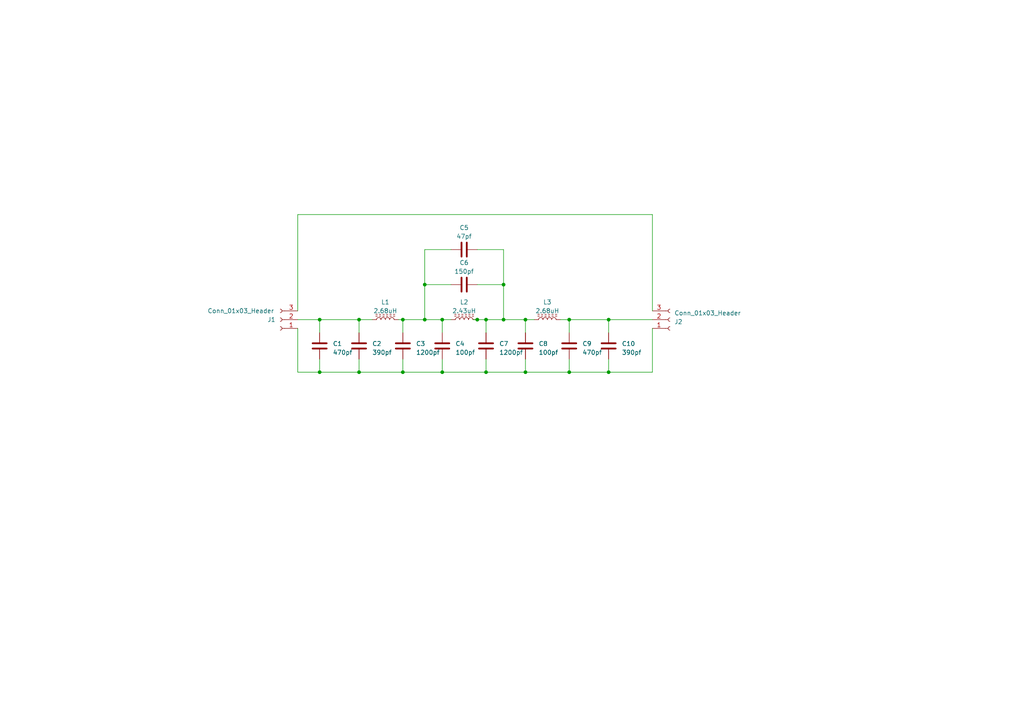
<source format=kicad_sch>
(kicad_sch (version 20230121) (generator eeschema)
  (paper "A4")
  (title_block (title "QRP Low Pass Filter Board") (date "2023-05-03") (rev "V01") (comment 1 "creativecommons.org/licenses/by/4.0") (comment 2 "CC by 4.0") (comment 3 "Author: Jim Lavn / K5VZ"))
  (lib_symbols
    (symbol "Connector:Conn_01x03_Socket" (pin_names (offset 1.016) hide)
      (property "Reference" "J" (at 0 5.08 0))
      (property "Value" "Conn_01x03_Socket" (at 0 -5.08 0))
      (symbol "Conn_01x03_Socket_1_1"
        (arc (start 0 -2.032) (mid -0.5058 -2.54) (end 0 -3.048) (stroke (width 0.1524)))
        (polyline (pts (xy -1.27 -2.54) (xy -0.508 -2.54)) (stroke (width 0.1524)))
        (polyline (pts (xy -1.27 0) (xy -0.508 0)) (stroke (width 0.1524)))
        (polyline (pts (xy -1.27 2.54) (xy -0.508 2.54)) (stroke (width 0.1524)))
        (arc (start 0 0.508) (mid -0.5058 0) (end 0 -0.508) (stroke (width 0.1524)))
        (arc (start 0 3.048) (mid -0.5058 2.54) (end 0 2.032) (stroke (width 0.1524)))
        (pin passive line (at -5.08 2.54 0) (length 3.81) (name "Pin_1") (number "1"))
        (pin passive line (at -5.08 0 0) (length 3.81) (name "Pin_2") (number "2"))
        (pin passive line (at -5.08 -2.54 0) (length 3.81) (name "Pin_3") (number "3"))
      )
    )
    (symbol "Device:C" (pin_numbers hide) (pin_names (offset 0.254))
      (property "Reference" "C" (at 0.635 2.54 0))
      (property "Value" "C" (at 0.635 -2.54 0))
      (symbol "C_0_1"
        (polyline (pts (xy -2.032 -0.762) (xy 2.032 -0.762)) (stroke (width 0.508)))
        (polyline (pts (xy -2.032 0.762) (xy 2.032 0.762)) (stroke (width 0.508)))
      )
      (symbol "C_1_1"
        (pin passive line (at 0 3.81 270) (length 2.794) (name "~") (number "1"))
        (pin passive line (at 0 -3.81 90) (length 2.794) (name "~") (number "2"))
      )
    )
    (symbol "Device:L_Ferrite" (pin_numbers hide) (pin_names (offset 1.016) hide)
      (property "Reference" "L" (at -1.27 0 90))
      (property "Value" "L_Ferrite" (at 2.794 0 90))
      (symbol "L_Ferrite_0_1"
        (arc (start 0 -2.54) (mid 0.6323 -1.905) (end 0 -1.27))
        (arc (start 0 -1.27) (mid 0.6323 -0.635) (end 0 0))
        (polyline (pts (xy 1.016 -2.794) (xy 1.016 -2.286)))
        (polyline (pts (xy 1.016 -1.778) (xy 1.016 -1.27)))
        (polyline (pts (xy 1.016 -0.762) (xy 1.016 -0.254)))
        (polyline (pts (xy 1.016 0.254) (xy 1.016 0.762)))
        (polyline (pts (xy 1.016 1.27) (xy 1.016 1.778)))
        (polyline (pts (xy 1.016 2.286) (xy 1.016 2.794)))
        (polyline (pts (xy 1.524 -2.286) (xy 1.524 -2.794)))
        (polyline (pts (xy 1.524 -1.27) (xy 1.524 -1.778)))
        (polyline (pts (xy 1.524 -0.254) (xy 1.524 -0.762)))
        (polyline (pts (xy 1.524 0.762) (xy 1.524 0.254)))
        (polyline (pts (xy 1.524 1.778) (xy 1.524 1.27)))
        (polyline (pts (xy 1.524 2.794) (xy 1.524 2.286)))
        (arc (start 0 0) (mid 0.6323 0.635) (end 0 1.27))
        (arc (start 0 1.27) (mid 0.6323 1.905) (end 0 2.54))
      )
      (symbol "L_Ferrite_1_1"
        (pin passive line (at 0 3.81 270) (length 1.27) (name "1") (number "1"))
        (pin passive line (at 0 -3.81 90) (length 1.27) (name "2") (number "2"))
      )
    )
  )
  (junction (at 123.19 92.71))
  (junction (at 116.84 107.95))
  (junction (at 176.53 107.95))
  (junction (at 165.1 107.95))
  (junction (at 128.27 92.71))
  (junction (at 128.27 107.95))
  (junction (at 92.71 107.95))
  (junction (at 138.43 92.71))
  (junction (at 140.97 107.95))
  (junction (at 152.4 92.71))
  (junction (at 146.05 92.71))
  (junction (at 165.1 92.71))
  (junction (at 140.97 92.71))
  (junction (at 116.84 92.71))
  (junction (at 104.14 92.71))
  (junction (at 176.53 92.71))
  (junction (at 146.05 82.55))
  (junction (at 92.71 92.71))
  (junction (at 152.4 107.95))
  (junction (at 104.14 107.95))
  (junction (at 123.19 82.55))
  (wire (pts (xy 162.56 92.71) (xy 165.1 92.71)))
  (wire (pts (xy 130.81 82.55) (xy 123.19 82.55)))
  (wire (pts (xy 176.53 92.71) (xy 189.23 92.71)))
  (wire (pts (xy 92.71 107.95) (xy 104.14 107.95)))
  (wire (pts (xy 128.27 107.95) (xy 140.97 107.95)))
  (wire (pts (xy 152.4 92.71) (xy 154.94 92.71)))
  (wire (pts (xy 115.57 92.71) (xy 116.84 92.71)))
  (wire (pts (xy 152.4 92.71) (xy 152.4 96.52)))
  (wire (pts (xy 176.53 92.71) (xy 176.53 96.52)))
  (wire (pts (xy 165.1 104.14) (xy 165.1 107.95)))
  (wire (pts (xy 104.14 107.95) (xy 116.84 107.95)))
  (wire (pts (xy 130.81 72.39) (xy 123.19 72.39)))
  (wire (pts (xy 128.27 92.71) (xy 128.27 96.52)))
  (wire (pts (xy 92.71 92.71) (xy 104.14 92.71)))
  (wire (pts (xy 189.23 95.25) (xy 189.23 107.95)))
  (wire (pts (xy 123.19 92.71) (xy 128.27 92.71)))
  (wire (pts (xy 165.1 92.71) (xy 165.1 96.52)))
  (wire (pts (xy 104.14 92.71) (xy 104.14 96.52)))
  (wire (pts (xy 140.97 104.14) (xy 140.97 107.95)))
  (wire (pts (xy 165.1 107.95) (xy 176.53 107.95)))
  (wire (pts (xy 128.27 92.71) (xy 130.81 92.71)))
  (wire (pts (xy 138.43 82.55) (xy 146.05 82.55)))
  (wire (pts (xy 189.23 62.23) (xy 189.23 90.17)))
  (wire (pts (xy 176.53 104.14) (xy 176.53 107.95)))
  (wire (pts (xy 123.19 72.39) (xy 123.19 82.55)))
  (wire (pts (xy 138.43 72.39) (xy 146.05 72.39)))
  (wire (pts (xy 92.71 92.71) (xy 92.71 96.52)))
  (wire (pts (xy 146.05 92.71) (xy 152.4 92.71)))
  (wire (pts (xy 86.36 107.95) (xy 92.71 107.95)))
  (wire (pts (xy 137.16 92.71) (xy 138.43 92.71)))
  (wire (pts (xy 152.4 104.14) (xy 152.4 107.95)))
  (wire (pts (xy 86.36 62.23) (xy 86.36 90.17)))
  (wire (pts (xy 86.36 95.25) (xy 86.36 107.95)))
  (wire (pts (xy 92.71 104.14) (xy 92.71 107.95)))
  (wire (pts (xy 123.19 82.55) (xy 123.19 92.71)))
  (wire (pts (xy 140.97 92.71) (xy 146.05 92.71)))
  (wire (pts (xy 138.43 92.71) (xy 140.97 92.71)))
  (wire (pts (xy 140.97 92.71) (xy 140.97 96.52)))
  (wire (pts (xy 116.84 104.14) (xy 116.84 107.95)))
  (wire (pts (xy 146.05 72.39) (xy 146.05 82.55)))
  (wire (pts (xy 189.23 62.23) (xy 86.36 62.23)))
  (wire (pts (xy 152.4 107.95) (xy 165.1 107.95)))
  (wire (pts (xy 140.97 107.95) (xy 152.4 107.95)))
  (wire (pts (xy 128.27 104.14) (xy 128.27 107.95)))
  (wire (pts (xy 104.14 104.14) (xy 104.14 107.95)))
  (wire (pts (xy 86.36 92.71) (xy 92.71 92.71)))
  (wire (pts (xy 104.14 92.71) (xy 107.95 92.71)))
  (wire (pts (xy 116.84 92.71) (xy 116.84 96.52)))
  (wire (pts (xy 116.84 92.71) (xy 123.19 92.71)))
  (wire (pts (xy 116.84 107.95) (xy 128.27 107.95)))
  (wire (pts (xy 176.53 107.95) (xy 189.23 107.95)))
  (wire (pts (xy 165.1 92.71) (xy 176.53 92.71)))
  (wire (pts (xy 146.05 82.55) (xy 146.05 92.71)))
  (symbol (lib_id "Device:C") (at 134.62 82.55 90) (unit 1)
    (property "Reference" "C6" (at 134.62 76.2 90))
    (property "Value" "150pf" (at 134.62 78.74 90))
    (property "Footprint" "Capacitor_SMD:C_1206_3216Metric_Pad1.33x1.80mm_HandSolder" (effects hide))
  )
  (symbol (lib_id "Device:L_Ferrite") (at 158.75 92.71 90) (unit 1)
    (property "Reference" "L3" (at 158.75 87.63 90))
    (property "Value" "2.68uH" (at 158.75 90.17 90))
    (property "Footprint" "Inductor_THT:L_Axial_L5.3mm_D2.2mm_P2.54mm_Vertical_Vishay_IM-1" (effects hide))
    (property "Sim.Device" "TLINE" (effects hide))
    (property "Sim.Params" "z0=50" (effects hide))
    (property "Sim.Pins" "1=1+ 2=1-" (effects hide))
  )
  (symbol (lib_id "Device:C") (at 176.53 100.33 0) (unit 1)
    (property "Reference" "C10" (at 180.34 99.695 0) (effects (justify left)))
    (property "Value" "390pf" (at 180.34 102.235 0) (effects (justify left)))
    (property "Footprint" "Capacitor_SMD:C_1206_3216Metric_Pad1.33x1.80mm_HandSolder" (effects hide))
  )
  (symbol (lib_id "Device:L_Ferrite") (at 134.62 92.71 90) (unit 1)
    (property "Reference" "L2" (at 134.62 87.63 90))
    (property "Value" "2.43uH" (at 134.62 90.17 90))
    (property "Footprint" "Inductor_THT:L_Axial_L5.3mm_D2.2mm_P2.54mm_Vertical_Vishay_IM-1" (effects hide))
  )
  (symbol (lib_id "Device:C") (at 104.14 100.33 0) (unit 1)
    (property "Reference" "C2" (at 107.95 99.695 0) (effects (justify left)))
    (property "Value" "390pf" (at 107.95 102.235 0) (effects (justify left)))
    (property "Footprint" "Capacitor_SMD:C_1206_3216Metric_Pad1.33x1.80mm_HandSolder" (effects hide))
  )
  (symbol (lib_id "Device:C") (at 128.27 100.33 0) (unit 1)
    (property "Reference" "C4" (at 132.08 99.695 0) (effects (justify left)))
    (property "Value" "100pf" (at 132.08 102.235 0) (effects (justify left)))
    (property "Footprint" "Capacitor_SMD:C_1206_3216Metric_Pad1.33x1.80mm_HandSolder" (effects hide))
  )
  (symbol (lib_id "Device:C") (at 92.71 100.33 0) (unit 1)
    (property "Reference" "C1" (at 96.52 99.695 0) (effects (justify left)))
    (property "Value" "470pf" (at 96.52 102.235 0) (effects (justify left)))
    (property "Footprint" "Capacitor_SMD:C_1206_3216Metric_Pad1.33x1.80mm_HandSolder" (effects hide))
  )
  (symbol (lib_id "Connector:Conn_01x03_Socket") (at 81.28 92.71 180) (unit 1)
    (property "Reference" "J1" (at 78.74 92.71 0))
    (property "Value" "Conn_01x03_Header" (at 69.85 90.17 0))
    (property "Footprint" "Connector_PinHeader_1.00mm:PinHeader_1x03_P1.00mm_Vertical" (effects hide))
    (property "Sim.Device" "TLINE" (effects hide))
    (property "Sim.Pins" "1=1+ 2=1- 3=2+" (effects hide))
    (property "Sim.Params" "z0=50 td=0.0005" (effects hide))
  )
  (symbol (lib_id "Connector:Conn_01x03_Socket") (at 194.31 92.71 0) (mirror x) (unit 1)
    (property "Reference" "J2" (at 195.58 93.345 0) (effects (justify left)))
    (property "Value" "Conn_01x03_Header" (at 195.58 90.805 0) (effects (justify left)))
    (property "Footprint" "Connector_PinHeader_1.00mm:PinHeader_1x03_P1.00mm_Vertical" (effects hide))
    (property "Sim.Device" "TLINE" (effects hide))
    (property "Sim.Pins" "1=1+ 2=1- 3=2+" (effects hide))
    (property "Sim.Params" "z0=50 td=0.0005" (effects hide))
  )
  (symbol (lib_id "Device:C") (at 140.97 100.33 0) (unit 1)
    (property "Reference" "C7" (at 144.78 99.695 0) (effects (justify left)))
    (property "Value" "1200pf" (at 144.78 102.235 0) (effects (justify left)))
    (property "Footprint" "Capacitor_SMD:C_1206_3216Metric_Pad1.33x1.80mm_HandSolder" (effects hide))
  )
  (symbol (lib_id "Device:L_Ferrite") (at 111.76 92.71 90) (unit 1)
    (property "Reference" "L1" (at 111.76 87.63 90))
    (property "Value" "2.68uH" (at 111.76 90.17 90))
    (property "Footprint" "Inductor_THT:L_Axial_L5.3mm_D2.2mm_P2.54mm_Vertical_Vishay_IM-1" (effects hide))
  )
  (symbol (lib_id "Device:C") (at 165.1 100.33 0) (unit 1)
    (property "Reference" "C9" (at 168.91 99.695 0) (effects (justify left)))
    (property "Value" "470pf" (at 168.91 102.235 0) (effects (justify left)))
    (property "Footprint" "Capacitor_SMD:C_1206_3216Metric_Pad1.33x1.80mm_HandSolder" (effects hide))
  )
  (symbol (lib_id "Device:C") (at 116.84 100.33 0) (unit 1)
    (property "Reference" "C3" (at 120.65 99.695 0) (effects (justify left)))
    (property "Value" "1200pf" (at 120.65 102.235 0) (effects (justify left)))
    (property "Footprint" "Capacitor_SMD:C_1206_3216Metric_Pad1.33x1.80mm_HandSolder" (effects hide))
  )
  (symbol (lib_id "Device:C") (at 152.4 100.33 0) (unit 1)
    (property "Reference" "C8" (at 156.21 99.695 0) (effects (justify left)))
    (property "Value" "100pf" (at 156.21 102.235 0) (effects (justify left)))
    (property "Footprint" "Capacitor_SMD:C_1206_3216Metric_Pad1.33x1.80mm_HandSolder" (effects hide))
  )
  (symbol (lib_id "Device:C") (at 134.62 72.39 90) (unit 1)
    (property "Reference" "C5" (at 134.62 66.04 90))
    (property "Value" "47pf" (at 134.62 68.58 90))
    (property "Footprint" "Capacitor_SMD:C_1206_3216Metric_Pad1.33x1.80mm_HandSolder" (effects hide))
  )
)
</source>
